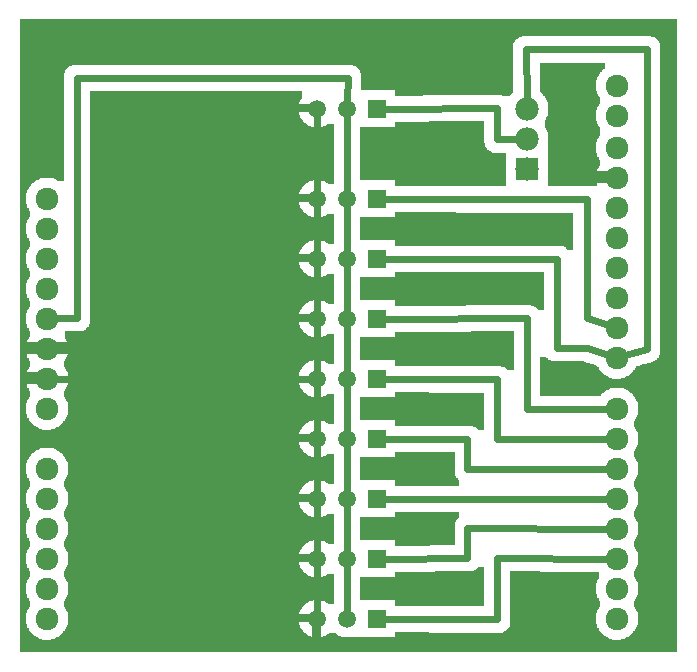
<source format=gbl>
G04 MADE WITH FRITZING*
G04 WWW.FRITZING.ORG*
G04 DOUBLE SIDED*
G04 HOLES PLATED*
G04 CONTOUR ON CENTER OF CONTOUR VECTOR*
%ASAXBY*%
%FSLAX23Y23*%
%MOIN*%
%OFA0B0*%
%SFA1.0B1.0*%
%ADD10C,0.075000*%
%ADD11C,0.075833*%
%ADD12C,0.059000*%
%ADD13C,0.078000*%
%ADD14R,0.059000X0.059000*%
%ADD15R,0.078000X0.078000*%
%ADD16C,0.024000*%
%LNCOPPER0*%
G90*
G70*
G54D10*
X1844Y1930D03*
X1255Y1743D03*
X1355Y1450D03*
X1355Y1250D03*
X1345Y1051D03*
X1214Y2026D03*
X1341Y850D03*
X1329Y655D03*
X1329Y455D03*
X1341Y252D03*
G54D11*
X2033Y1929D03*
X2033Y1829D03*
X2033Y1722D03*
X2033Y1622D03*
X2033Y1522D03*
X2033Y1422D03*
X2033Y1322D03*
X2033Y1222D03*
X2033Y1122D03*
X2033Y1022D03*
X2033Y852D03*
X2033Y752D03*
X2033Y652D03*
X2033Y552D03*
X2033Y452D03*
X2033Y352D03*
X2033Y252D03*
X2033Y152D03*
X133Y1552D03*
X133Y1452D03*
X133Y1352D03*
X133Y1252D03*
X133Y1152D03*
X133Y1052D03*
X133Y952D03*
X133Y852D03*
X133Y652D03*
X133Y552D03*
X133Y452D03*
X133Y352D03*
X133Y252D03*
X133Y152D03*
G54D12*
X1233Y152D03*
X1133Y152D03*
X1033Y152D03*
X1233Y352D03*
X1133Y352D03*
X1033Y352D03*
X1233Y552D03*
X1133Y552D03*
X1033Y552D03*
X1233Y752D03*
X1133Y752D03*
X1033Y752D03*
X1233Y952D03*
X1133Y952D03*
X1033Y952D03*
X1233Y1152D03*
X1133Y1152D03*
X1033Y1152D03*
X1233Y1852D03*
X1133Y1852D03*
X1033Y1852D03*
X1233Y1352D03*
X1133Y1352D03*
X1033Y1352D03*
X1233Y1552D03*
X1133Y1552D03*
X1033Y1552D03*
G54D13*
X1733Y1652D03*
X1733Y1752D03*
X1733Y1852D03*
G54D14*
X1233Y152D03*
X1233Y352D03*
X1233Y552D03*
X1233Y752D03*
X1233Y952D03*
X1233Y1152D03*
X1233Y1852D03*
X1233Y1352D03*
X1233Y1552D03*
G54D15*
X1733Y1652D03*
G54D16*
X1535Y354D02*
X1263Y352D01*
D02*
X1535Y453D02*
X1535Y354D01*
D02*
X2005Y452D02*
X1535Y453D01*
D02*
X1635Y354D02*
X2005Y352D01*
D02*
X1635Y150D02*
X1635Y354D01*
D02*
X1263Y152D02*
X1635Y150D01*
D02*
X1033Y1382D02*
X1033Y1523D01*
D02*
X1033Y1323D02*
X1033Y1182D01*
D02*
X1033Y1123D02*
X1033Y982D01*
D02*
X1033Y923D02*
X1033Y782D01*
D02*
X1033Y723D02*
X1033Y582D01*
D02*
X1033Y523D02*
X1033Y382D01*
D02*
X1033Y323D02*
X1033Y182D01*
D02*
X1133Y323D02*
X1133Y182D01*
D02*
X1133Y523D02*
X1133Y382D01*
D02*
X1133Y723D02*
X1133Y582D01*
D02*
X1133Y923D02*
X1133Y782D01*
D02*
X1133Y1123D02*
X1133Y982D01*
D02*
X1133Y1323D02*
X1133Y1182D01*
D02*
X1133Y1382D02*
X1133Y1523D01*
D02*
X1133Y1823D02*
X1133Y182D01*
D02*
X1033Y182D02*
X1033Y1823D01*
D02*
X1933Y1551D02*
X1535Y1551D01*
D02*
X1535Y1551D02*
X1263Y1552D01*
D02*
X1933Y1452D02*
X1933Y1551D01*
D02*
X1933Y1154D02*
X1933Y1452D01*
D02*
X2006Y1131D02*
X1933Y1154D01*
D02*
X1833Y1054D02*
X1833Y1352D01*
D02*
X1833Y1352D02*
X1263Y1352D01*
D02*
X1933Y1054D02*
X1833Y1054D01*
D02*
X2006Y1031D02*
X1933Y1054D01*
D02*
X1635Y1750D02*
X1635Y1854D01*
D02*
X1635Y1854D02*
X1263Y1852D01*
D02*
X1703Y1751D02*
X1635Y1750D01*
D02*
X1263Y552D02*
X2005Y552D01*
D02*
X1535Y652D02*
X2005Y652D01*
D02*
X1535Y751D02*
X1535Y652D01*
D02*
X1263Y752D02*
X1535Y751D01*
D02*
X1635Y950D02*
X1635Y751D01*
D02*
X1635Y751D02*
X2005Y752D01*
D02*
X1263Y952D02*
X1635Y950D01*
D02*
X1734Y1154D02*
X1734Y850D01*
D02*
X1734Y850D02*
X2005Y852D01*
D02*
X1263Y1152D02*
X1734Y1154D01*
D02*
X1004Y952D02*
X162Y952D01*
D02*
X233Y1154D02*
X162Y1153D01*
D02*
X233Y1954D02*
X233Y1154D01*
D02*
X1136Y1954D02*
X233Y1954D01*
D02*
X1134Y1882D02*
X1136Y1954D01*
D02*
X2134Y1051D02*
X2134Y2050D01*
D02*
X2134Y2050D02*
X1731Y2050D01*
D02*
X1731Y2050D02*
X1733Y1882D01*
D02*
X2060Y1030D02*
X2134Y1051D01*
G36*
X1776Y2006D02*
X1776Y1908D01*
X1780Y1908D01*
X1780Y1906D01*
X1782Y1906D01*
X1782Y1904D01*
X1784Y1904D01*
X1784Y1902D01*
X1786Y1902D01*
X1786Y1900D01*
X1788Y1900D01*
X1788Y1896D01*
X1790Y1896D01*
X1790Y1894D01*
X1792Y1894D01*
X1792Y1892D01*
X1794Y1892D01*
X1794Y1888D01*
X1796Y1888D01*
X1796Y1886D01*
X1798Y1886D01*
X1798Y1882D01*
X1800Y1882D01*
X1800Y1876D01*
X1802Y1876D01*
X1802Y1870D01*
X1804Y1870D01*
X1804Y1834D01*
X1802Y1834D01*
X1802Y1828D01*
X1800Y1828D01*
X1800Y1824D01*
X1798Y1824D01*
X1798Y1820D01*
X1796Y1820D01*
X1796Y1816D01*
X1794Y1816D01*
X1794Y1812D01*
X1792Y1812D01*
X1792Y1792D01*
X1794Y1792D01*
X1794Y1788D01*
X1796Y1788D01*
X1796Y1786D01*
X1798Y1786D01*
X1798Y1782D01*
X1800Y1782D01*
X1800Y1776D01*
X1802Y1776D01*
X1802Y1770D01*
X1804Y1770D01*
X1804Y1594D01*
X1966Y1594D01*
X1966Y1604D01*
X1964Y1604D01*
X1964Y1640D01*
X1966Y1640D01*
X1966Y1648D01*
X1968Y1648D01*
X1968Y1652D01*
X1970Y1652D01*
X1970Y1656D01*
X1972Y1656D01*
X1972Y1658D01*
X1974Y1658D01*
X1974Y1662D01*
X1976Y1662D01*
X1976Y1682D01*
X1974Y1682D01*
X1974Y1686D01*
X1972Y1686D01*
X1972Y1690D01*
X1970Y1690D01*
X1970Y1692D01*
X1968Y1692D01*
X1968Y1698D01*
X1966Y1698D01*
X1966Y1704D01*
X1964Y1704D01*
X1964Y1740D01*
X1966Y1740D01*
X1966Y1748D01*
X1968Y1748D01*
X1968Y1752D01*
X1970Y1752D01*
X1970Y1756D01*
X1972Y1756D01*
X1972Y1758D01*
X1974Y1758D01*
X1974Y1762D01*
X1976Y1762D01*
X1976Y1764D01*
X1978Y1764D01*
X1978Y1788D01*
X1976Y1788D01*
X1976Y1790D01*
X1974Y1790D01*
X1974Y1792D01*
X1972Y1792D01*
X1972Y1796D01*
X1970Y1796D01*
X1970Y1800D01*
X1968Y1800D01*
X1968Y1804D01*
X1966Y1804D01*
X1966Y1810D01*
X1964Y1810D01*
X1964Y1848D01*
X1966Y1848D01*
X1966Y1854D01*
X1968Y1854D01*
X1968Y1858D01*
X1970Y1858D01*
X1970Y1862D01*
X1972Y1862D01*
X1972Y1866D01*
X1974Y1866D01*
X1974Y1868D01*
X1976Y1868D01*
X1976Y1890D01*
X1974Y1890D01*
X1974Y1892D01*
X1972Y1892D01*
X1972Y1896D01*
X1970Y1896D01*
X1970Y1900D01*
X1968Y1900D01*
X1968Y1904D01*
X1966Y1904D01*
X1966Y1910D01*
X1964Y1910D01*
X1964Y1948D01*
X1966Y1948D01*
X1966Y1954D01*
X1968Y1954D01*
X1968Y1958D01*
X1970Y1958D01*
X1970Y1962D01*
X1972Y1962D01*
X1972Y1966D01*
X1974Y1966D01*
X1974Y1968D01*
X1976Y1968D01*
X1976Y1972D01*
X1978Y1972D01*
X1978Y1974D01*
X1980Y1974D01*
X1980Y1976D01*
X1982Y1976D01*
X1982Y1978D01*
X1984Y1978D01*
X1984Y1980D01*
X1986Y1980D01*
X1986Y1982D01*
X1988Y1982D01*
X1988Y1984D01*
X1990Y1984D01*
X1990Y1986D01*
X1994Y1986D01*
X1994Y2006D01*
X1776Y2006D01*
G37*
D02*
G36*
X1406Y1810D02*
X1406Y1808D01*
X1294Y1808D01*
X1294Y1790D01*
X1178Y1790D01*
X1178Y1614D01*
X1294Y1614D01*
X1294Y1596D01*
X1516Y1596D01*
X1516Y1594D01*
X1662Y1594D01*
X1662Y1706D01*
X1618Y1706D01*
X1618Y1708D01*
X1612Y1708D01*
X1612Y1710D01*
X1608Y1710D01*
X1608Y1712D01*
X1606Y1712D01*
X1606Y1714D01*
X1602Y1714D01*
X1602Y1716D01*
X1600Y1716D01*
X1600Y1720D01*
X1598Y1720D01*
X1598Y1722D01*
X1596Y1722D01*
X1596Y1726D01*
X1594Y1726D01*
X1594Y1730D01*
X1592Y1730D01*
X1592Y1738D01*
X1590Y1738D01*
X1590Y1810D01*
X1406Y1810D01*
G37*
D02*
G36*
X1294Y1508D02*
X1294Y1490D01*
X1178Y1490D01*
X1178Y1414D01*
X1294Y1414D01*
X1294Y1396D01*
X1850Y1396D01*
X1850Y1394D01*
X1856Y1394D01*
X1856Y1392D01*
X1860Y1392D01*
X1860Y1390D01*
X1862Y1390D01*
X1862Y1388D01*
X1864Y1388D01*
X1864Y1386D01*
X1866Y1386D01*
X1866Y1384D01*
X1868Y1384D01*
X1868Y1382D01*
X1888Y1382D01*
X1888Y1506D01*
X1498Y1506D01*
X1498Y1508D01*
X1294Y1508D01*
G37*
D02*
G36*
X1294Y1308D02*
X1294Y1290D01*
X1178Y1290D01*
X1178Y1214D01*
X1294Y1214D01*
X1294Y1198D01*
X1748Y1198D01*
X1748Y1196D01*
X1754Y1196D01*
X1754Y1194D01*
X1758Y1194D01*
X1758Y1192D01*
X1762Y1192D01*
X1762Y1190D01*
X1764Y1190D01*
X1764Y1188D01*
X1766Y1188D01*
X1766Y1186D01*
X1768Y1186D01*
X1768Y1184D01*
X1770Y1184D01*
X1770Y1182D01*
X1790Y1182D01*
X1790Y1308D01*
X1294Y1308D01*
G37*
D02*
G36*
X1294Y1198D02*
X1294Y1196D01*
X1530Y1196D01*
X1530Y1198D01*
X1294Y1198D01*
G37*
D02*
G36*
X1548Y1110D02*
X1548Y1108D01*
X1294Y1108D01*
X1294Y1090D01*
X1178Y1090D01*
X1178Y1014D01*
X1294Y1014D01*
X1294Y996D01*
X1424Y996D01*
X1424Y994D01*
X1648Y994D01*
X1648Y992D01*
X1656Y992D01*
X1656Y990D01*
X1660Y990D01*
X1660Y988D01*
X1662Y988D01*
X1662Y986D01*
X1666Y986D01*
X1666Y984D01*
X1668Y984D01*
X1668Y982D01*
X1670Y982D01*
X1670Y980D01*
X1690Y980D01*
X1690Y1110D01*
X1548Y1110D01*
G37*
D02*
G36*
X44Y2150D02*
X44Y2094D01*
X2148Y2094D01*
X2148Y2092D01*
X2154Y2092D01*
X2154Y2090D01*
X2160Y2090D01*
X2160Y2088D01*
X2162Y2088D01*
X2162Y2086D01*
X2164Y2086D01*
X2164Y2084D01*
X2168Y2084D01*
X2168Y2082D01*
X2170Y2082D01*
X2170Y2078D01*
X2172Y2078D01*
X2172Y2076D01*
X2174Y2076D01*
X2174Y2072D01*
X2176Y2072D01*
X2176Y2066D01*
X2178Y2066D01*
X2178Y1036D01*
X2176Y1036D01*
X2176Y1030D01*
X2174Y1030D01*
X2174Y1026D01*
X2172Y1026D01*
X2172Y1022D01*
X2170Y1022D01*
X2170Y1020D01*
X2168Y1020D01*
X2168Y1018D01*
X2166Y1018D01*
X2166Y1016D01*
X2164Y1016D01*
X2164Y1014D01*
X2160Y1014D01*
X2160Y1012D01*
X2158Y1012D01*
X2158Y1010D01*
X2152Y1010D01*
X2152Y1008D01*
X2146Y1008D01*
X2146Y1006D01*
X2138Y1006D01*
X2138Y1004D01*
X2132Y1004D01*
X2132Y1002D01*
X2124Y1002D01*
X2124Y1000D01*
X2118Y1000D01*
X2118Y998D01*
X2110Y998D01*
X2110Y996D01*
X2104Y996D01*
X2104Y994D01*
X2098Y994D01*
X2098Y992D01*
X2096Y992D01*
X2096Y988D01*
X2094Y988D01*
X2094Y984D01*
X2092Y984D01*
X2092Y982D01*
X2090Y982D01*
X2090Y980D01*
X2088Y980D01*
X2088Y976D01*
X2086Y976D01*
X2086Y974D01*
X2084Y974D01*
X2084Y972D01*
X2082Y972D01*
X2082Y970D01*
X2080Y970D01*
X2080Y968D01*
X2076Y968D01*
X2076Y966D01*
X2074Y966D01*
X2074Y964D01*
X2072Y964D01*
X2072Y962D01*
X2068Y962D01*
X2068Y960D01*
X2064Y960D01*
X2064Y958D01*
X2060Y958D01*
X2060Y956D01*
X2056Y956D01*
X2056Y954D01*
X2048Y954D01*
X2048Y952D01*
X2232Y952D01*
X2232Y2150D01*
X44Y2150D01*
G37*
D02*
G36*
X44Y2094D02*
X44Y1998D01*
X1152Y1998D01*
X1152Y1996D01*
X1158Y1996D01*
X1158Y1994D01*
X1162Y1994D01*
X1162Y1992D01*
X1164Y1992D01*
X1164Y1990D01*
X1166Y1990D01*
X1166Y1988D01*
X1170Y1988D01*
X1170Y1984D01*
X1172Y1984D01*
X1172Y1982D01*
X1174Y1982D01*
X1174Y1980D01*
X1176Y1980D01*
X1176Y1976D01*
X1178Y1976D01*
X1178Y1970D01*
X1180Y1970D01*
X1180Y1914D01*
X1294Y1914D01*
X1294Y1898D01*
X1650Y1898D01*
X1650Y1896D01*
X1656Y1896D01*
X1656Y1894D01*
X1676Y1894D01*
X1676Y1896D01*
X1678Y1896D01*
X1678Y1898D01*
X1680Y1898D01*
X1680Y1900D01*
X1682Y1900D01*
X1682Y1902D01*
X1684Y1902D01*
X1684Y1904D01*
X1686Y1904D01*
X1686Y1906D01*
X1688Y1906D01*
X1688Y2024D01*
X1686Y2024D01*
X1686Y2060D01*
X1688Y2060D01*
X1688Y2070D01*
X1690Y2070D01*
X1690Y2074D01*
X1692Y2074D01*
X1692Y2078D01*
X1694Y2078D01*
X1694Y2080D01*
X1696Y2080D01*
X1696Y2082D01*
X1698Y2082D01*
X1698Y2084D01*
X1700Y2084D01*
X1700Y2086D01*
X1702Y2086D01*
X1702Y2088D01*
X1706Y2088D01*
X1706Y2090D01*
X1710Y2090D01*
X1710Y2092D01*
X1716Y2092D01*
X1716Y2094D01*
X44Y2094D01*
G37*
D02*
G36*
X44Y1998D02*
X44Y1622D01*
X150Y1622D01*
X150Y1620D01*
X156Y1620D01*
X156Y1618D01*
X162Y1618D01*
X162Y1616D01*
X166Y1616D01*
X166Y1614D01*
X168Y1614D01*
X168Y1612D01*
X190Y1612D01*
X190Y1972D01*
X192Y1972D01*
X192Y1976D01*
X194Y1976D01*
X194Y1980D01*
X196Y1980D01*
X196Y1984D01*
X198Y1984D01*
X198Y1986D01*
X200Y1986D01*
X200Y1988D01*
X202Y1988D01*
X202Y1990D01*
X204Y1990D01*
X204Y1992D01*
X208Y1992D01*
X208Y1994D01*
X212Y1994D01*
X212Y1996D01*
X218Y1996D01*
X218Y1998D01*
X44Y1998D01*
G37*
D02*
G36*
X278Y1910D02*
X278Y1790D01*
X1022Y1790D01*
X1022Y1792D01*
X1014Y1792D01*
X1014Y1794D01*
X1008Y1794D01*
X1008Y1796D01*
X1004Y1796D01*
X1004Y1798D01*
X1000Y1798D01*
X1000Y1800D01*
X998Y1800D01*
X998Y1802D01*
X996Y1802D01*
X996Y1804D01*
X992Y1804D01*
X992Y1806D01*
X990Y1806D01*
X990Y1808D01*
X988Y1808D01*
X988Y1810D01*
X986Y1810D01*
X986Y1814D01*
X984Y1814D01*
X984Y1816D01*
X982Y1816D01*
X982Y1818D01*
X980Y1818D01*
X980Y1822D01*
X978Y1822D01*
X978Y1826D01*
X976Y1826D01*
X976Y1830D01*
X974Y1830D01*
X974Y1836D01*
X972Y1836D01*
X972Y1868D01*
X974Y1868D01*
X974Y1874D01*
X976Y1874D01*
X976Y1880D01*
X978Y1880D01*
X978Y1882D01*
X980Y1882D01*
X980Y1886D01*
X982Y1886D01*
X982Y1888D01*
X984Y1888D01*
X984Y1910D01*
X278Y1910D01*
G37*
D02*
G36*
X1294Y1898D02*
X1294Y1896D01*
X1388Y1896D01*
X1388Y1898D01*
X1294Y1898D01*
G37*
D02*
G36*
X1068Y1802D02*
X1068Y1800D01*
X1066Y1800D01*
X1066Y1798D01*
X1062Y1798D01*
X1062Y1796D01*
X1058Y1796D01*
X1058Y1794D01*
X1054Y1794D01*
X1054Y1792D01*
X1044Y1792D01*
X1044Y1790D01*
X1090Y1790D01*
X1090Y1802D01*
X1068Y1802D01*
G37*
D02*
G36*
X278Y1790D02*
X278Y1788D01*
X1090Y1788D01*
X1090Y1790D01*
X278Y1790D01*
G37*
D02*
G36*
X278Y1790D02*
X278Y1788D01*
X1090Y1788D01*
X1090Y1790D01*
X278Y1790D01*
G37*
D02*
G36*
X278Y1788D02*
X278Y1614D01*
X1048Y1614D01*
X1048Y1612D01*
X1054Y1612D01*
X1054Y1610D01*
X1060Y1610D01*
X1060Y1608D01*
X1064Y1608D01*
X1064Y1606D01*
X1066Y1606D01*
X1066Y1604D01*
X1070Y1604D01*
X1070Y1602D01*
X1090Y1602D01*
X1090Y1788D01*
X278Y1788D01*
G37*
D02*
G36*
X44Y1622D02*
X44Y782D01*
X118Y782D01*
X118Y784D01*
X110Y784D01*
X110Y786D01*
X106Y786D01*
X106Y788D01*
X102Y788D01*
X102Y790D01*
X98Y790D01*
X98Y792D01*
X96Y792D01*
X96Y794D01*
X92Y794D01*
X92Y796D01*
X90Y796D01*
X90Y798D01*
X88Y798D01*
X88Y800D01*
X86Y800D01*
X86Y802D01*
X84Y802D01*
X84Y804D01*
X82Y804D01*
X82Y806D01*
X80Y806D01*
X80Y808D01*
X78Y808D01*
X78Y810D01*
X76Y810D01*
X76Y812D01*
X74Y812D01*
X74Y816D01*
X72Y816D01*
X72Y820D01*
X70Y820D01*
X70Y822D01*
X68Y822D01*
X68Y828D01*
X66Y828D01*
X66Y834D01*
X64Y834D01*
X64Y870D01*
X66Y870D01*
X66Y876D01*
X68Y876D01*
X68Y882D01*
X70Y882D01*
X70Y886D01*
X72Y886D01*
X72Y888D01*
X74Y888D01*
X74Y892D01*
X76Y892D01*
X76Y912D01*
X74Y912D01*
X74Y916D01*
X72Y916D01*
X72Y920D01*
X70Y920D01*
X70Y922D01*
X68Y922D01*
X68Y928D01*
X66Y928D01*
X66Y934D01*
X64Y934D01*
X64Y970D01*
X66Y970D01*
X66Y978D01*
X68Y978D01*
X68Y982D01*
X70Y982D01*
X70Y986D01*
X72Y986D01*
X72Y988D01*
X74Y988D01*
X74Y992D01*
X76Y992D01*
X76Y1012D01*
X74Y1012D01*
X74Y1016D01*
X72Y1016D01*
X72Y1020D01*
X70Y1020D01*
X70Y1022D01*
X68Y1022D01*
X68Y1028D01*
X66Y1028D01*
X66Y1034D01*
X64Y1034D01*
X64Y1070D01*
X66Y1070D01*
X66Y1078D01*
X68Y1078D01*
X68Y1082D01*
X70Y1082D01*
X70Y1086D01*
X72Y1086D01*
X72Y1088D01*
X74Y1088D01*
X74Y1092D01*
X76Y1092D01*
X76Y1112D01*
X74Y1112D01*
X74Y1116D01*
X72Y1116D01*
X72Y1120D01*
X70Y1120D01*
X70Y1122D01*
X68Y1122D01*
X68Y1128D01*
X66Y1128D01*
X66Y1134D01*
X64Y1134D01*
X64Y1170D01*
X66Y1170D01*
X66Y1178D01*
X68Y1178D01*
X68Y1182D01*
X70Y1182D01*
X70Y1186D01*
X72Y1186D01*
X72Y1188D01*
X74Y1188D01*
X74Y1192D01*
X76Y1192D01*
X76Y1212D01*
X74Y1212D01*
X74Y1216D01*
X72Y1216D01*
X72Y1220D01*
X70Y1220D01*
X70Y1222D01*
X68Y1222D01*
X68Y1228D01*
X66Y1228D01*
X66Y1234D01*
X64Y1234D01*
X64Y1270D01*
X66Y1270D01*
X66Y1276D01*
X68Y1276D01*
X68Y1282D01*
X70Y1282D01*
X70Y1286D01*
X72Y1286D01*
X72Y1288D01*
X74Y1288D01*
X74Y1292D01*
X76Y1292D01*
X76Y1312D01*
X74Y1312D01*
X74Y1316D01*
X72Y1316D01*
X72Y1320D01*
X70Y1320D01*
X70Y1322D01*
X68Y1322D01*
X68Y1328D01*
X66Y1328D01*
X66Y1334D01*
X64Y1334D01*
X64Y1370D01*
X66Y1370D01*
X66Y1376D01*
X68Y1376D01*
X68Y1382D01*
X70Y1382D01*
X70Y1386D01*
X72Y1386D01*
X72Y1388D01*
X74Y1388D01*
X74Y1392D01*
X76Y1392D01*
X76Y1412D01*
X74Y1412D01*
X74Y1416D01*
X72Y1416D01*
X72Y1420D01*
X70Y1420D01*
X70Y1422D01*
X68Y1422D01*
X68Y1428D01*
X66Y1428D01*
X66Y1434D01*
X64Y1434D01*
X64Y1470D01*
X66Y1470D01*
X66Y1478D01*
X68Y1478D01*
X68Y1482D01*
X70Y1482D01*
X70Y1486D01*
X72Y1486D01*
X72Y1488D01*
X74Y1488D01*
X74Y1492D01*
X76Y1492D01*
X76Y1512D01*
X74Y1512D01*
X74Y1516D01*
X72Y1516D01*
X72Y1520D01*
X70Y1520D01*
X70Y1522D01*
X68Y1522D01*
X68Y1528D01*
X66Y1528D01*
X66Y1534D01*
X64Y1534D01*
X64Y1570D01*
X66Y1570D01*
X66Y1578D01*
X68Y1578D01*
X68Y1582D01*
X70Y1582D01*
X70Y1586D01*
X72Y1586D01*
X72Y1588D01*
X74Y1588D01*
X74Y1592D01*
X76Y1592D01*
X76Y1594D01*
X78Y1594D01*
X78Y1596D01*
X80Y1596D01*
X80Y1600D01*
X82Y1600D01*
X82Y1602D01*
X84Y1602D01*
X84Y1604D01*
X88Y1604D01*
X88Y1606D01*
X90Y1606D01*
X90Y1608D01*
X92Y1608D01*
X92Y1610D01*
X94Y1610D01*
X94Y1612D01*
X98Y1612D01*
X98Y1614D01*
X102Y1614D01*
X102Y1616D01*
X106Y1616D01*
X106Y1618D01*
X110Y1618D01*
X110Y1620D01*
X116Y1620D01*
X116Y1622D01*
X44Y1622D01*
G37*
D02*
G36*
X278Y1614D02*
X278Y1490D01*
X1022Y1490D01*
X1022Y1492D01*
X1014Y1492D01*
X1014Y1494D01*
X1008Y1494D01*
X1008Y1496D01*
X1004Y1496D01*
X1004Y1498D01*
X1000Y1498D01*
X1000Y1500D01*
X998Y1500D01*
X998Y1502D01*
X996Y1502D01*
X996Y1504D01*
X992Y1504D01*
X992Y1506D01*
X990Y1506D01*
X990Y1508D01*
X988Y1508D01*
X988Y1510D01*
X986Y1510D01*
X986Y1514D01*
X984Y1514D01*
X984Y1516D01*
X982Y1516D01*
X982Y1518D01*
X980Y1518D01*
X980Y1522D01*
X978Y1522D01*
X978Y1526D01*
X976Y1526D01*
X976Y1530D01*
X974Y1530D01*
X974Y1536D01*
X972Y1536D01*
X972Y1568D01*
X974Y1568D01*
X974Y1574D01*
X976Y1574D01*
X976Y1580D01*
X978Y1580D01*
X978Y1582D01*
X980Y1582D01*
X980Y1586D01*
X982Y1586D01*
X982Y1588D01*
X984Y1588D01*
X984Y1592D01*
X986Y1592D01*
X986Y1594D01*
X988Y1594D01*
X988Y1596D01*
X990Y1596D01*
X990Y1598D01*
X992Y1598D01*
X992Y1600D01*
X994Y1600D01*
X994Y1602D01*
X998Y1602D01*
X998Y1604D01*
X1000Y1604D01*
X1000Y1606D01*
X1004Y1606D01*
X1004Y1608D01*
X1008Y1608D01*
X1008Y1610D01*
X1012Y1610D01*
X1012Y1612D01*
X1020Y1612D01*
X1020Y1614D01*
X278Y1614D01*
G37*
D02*
G36*
X1068Y1502D02*
X1068Y1500D01*
X1066Y1500D01*
X1066Y1498D01*
X1062Y1498D01*
X1062Y1496D01*
X1058Y1496D01*
X1058Y1494D01*
X1054Y1494D01*
X1054Y1492D01*
X1044Y1492D01*
X1044Y1490D01*
X1090Y1490D01*
X1090Y1502D01*
X1068Y1502D01*
G37*
D02*
G36*
X278Y1490D02*
X278Y1488D01*
X1090Y1488D01*
X1090Y1490D01*
X278Y1490D01*
G37*
D02*
G36*
X278Y1490D02*
X278Y1488D01*
X1090Y1488D01*
X1090Y1490D01*
X278Y1490D01*
G37*
D02*
G36*
X278Y1488D02*
X278Y1414D01*
X1048Y1414D01*
X1048Y1412D01*
X1054Y1412D01*
X1054Y1410D01*
X1060Y1410D01*
X1060Y1408D01*
X1064Y1408D01*
X1064Y1406D01*
X1066Y1406D01*
X1066Y1404D01*
X1070Y1404D01*
X1070Y1402D01*
X1090Y1402D01*
X1090Y1488D01*
X278Y1488D01*
G37*
D02*
G36*
X278Y1414D02*
X278Y1290D01*
X1022Y1290D01*
X1022Y1292D01*
X1014Y1292D01*
X1014Y1294D01*
X1008Y1294D01*
X1008Y1296D01*
X1004Y1296D01*
X1004Y1298D01*
X1000Y1298D01*
X1000Y1300D01*
X998Y1300D01*
X998Y1302D01*
X996Y1302D01*
X996Y1304D01*
X992Y1304D01*
X992Y1306D01*
X990Y1306D01*
X990Y1308D01*
X988Y1308D01*
X988Y1310D01*
X986Y1310D01*
X986Y1314D01*
X984Y1314D01*
X984Y1316D01*
X982Y1316D01*
X982Y1318D01*
X980Y1318D01*
X980Y1322D01*
X978Y1322D01*
X978Y1326D01*
X976Y1326D01*
X976Y1330D01*
X974Y1330D01*
X974Y1336D01*
X972Y1336D01*
X972Y1368D01*
X974Y1368D01*
X974Y1374D01*
X976Y1374D01*
X976Y1380D01*
X978Y1380D01*
X978Y1382D01*
X980Y1382D01*
X980Y1386D01*
X982Y1386D01*
X982Y1388D01*
X984Y1388D01*
X984Y1392D01*
X986Y1392D01*
X986Y1394D01*
X988Y1394D01*
X988Y1396D01*
X990Y1396D01*
X990Y1398D01*
X992Y1398D01*
X992Y1400D01*
X994Y1400D01*
X994Y1402D01*
X998Y1402D01*
X998Y1404D01*
X1000Y1404D01*
X1000Y1406D01*
X1004Y1406D01*
X1004Y1408D01*
X1008Y1408D01*
X1008Y1410D01*
X1012Y1410D01*
X1012Y1412D01*
X1020Y1412D01*
X1020Y1414D01*
X278Y1414D01*
G37*
D02*
G36*
X1068Y1302D02*
X1068Y1300D01*
X1066Y1300D01*
X1066Y1298D01*
X1062Y1298D01*
X1062Y1296D01*
X1058Y1296D01*
X1058Y1294D01*
X1054Y1294D01*
X1054Y1292D01*
X1044Y1292D01*
X1044Y1290D01*
X1090Y1290D01*
X1090Y1302D01*
X1068Y1302D01*
G37*
D02*
G36*
X278Y1290D02*
X278Y1288D01*
X1090Y1288D01*
X1090Y1290D01*
X278Y1290D01*
G37*
D02*
G36*
X278Y1290D02*
X278Y1288D01*
X1090Y1288D01*
X1090Y1290D01*
X278Y1290D01*
G37*
D02*
G36*
X278Y1288D02*
X278Y1214D01*
X1048Y1214D01*
X1048Y1212D01*
X1054Y1212D01*
X1054Y1210D01*
X1060Y1210D01*
X1060Y1208D01*
X1064Y1208D01*
X1064Y1206D01*
X1066Y1206D01*
X1066Y1204D01*
X1070Y1204D01*
X1070Y1202D01*
X1090Y1202D01*
X1090Y1288D01*
X278Y1288D01*
G37*
D02*
G36*
X278Y1214D02*
X278Y1142D01*
X276Y1142D01*
X276Y1134D01*
X274Y1134D01*
X274Y1130D01*
X272Y1130D01*
X272Y1126D01*
X270Y1126D01*
X270Y1124D01*
X268Y1124D01*
X268Y1122D01*
X266Y1122D01*
X266Y1120D01*
X264Y1120D01*
X264Y1118D01*
X262Y1118D01*
X262Y1116D01*
X260Y1116D01*
X260Y1114D01*
X256Y1114D01*
X256Y1112D01*
X250Y1112D01*
X250Y1110D01*
X192Y1110D01*
X192Y1090D01*
X1022Y1090D01*
X1022Y1092D01*
X1014Y1092D01*
X1014Y1094D01*
X1008Y1094D01*
X1008Y1096D01*
X1004Y1096D01*
X1004Y1098D01*
X1000Y1098D01*
X1000Y1100D01*
X998Y1100D01*
X998Y1102D01*
X996Y1102D01*
X996Y1104D01*
X992Y1104D01*
X992Y1106D01*
X990Y1106D01*
X990Y1108D01*
X988Y1108D01*
X988Y1110D01*
X986Y1110D01*
X986Y1114D01*
X984Y1114D01*
X984Y1116D01*
X982Y1116D01*
X982Y1118D01*
X980Y1118D01*
X980Y1122D01*
X978Y1122D01*
X978Y1126D01*
X976Y1126D01*
X976Y1130D01*
X974Y1130D01*
X974Y1136D01*
X972Y1136D01*
X972Y1168D01*
X974Y1168D01*
X974Y1174D01*
X976Y1174D01*
X976Y1180D01*
X978Y1180D01*
X978Y1182D01*
X980Y1182D01*
X980Y1186D01*
X982Y1186D01*
X982Y1188D01*
X984Y1188D01*
X984Y1192D01*
X986Y1192D01*
X986Y1194D01*
X988Y1194D01*
X988Y1196D01*
X990Y1196D01*
X990Y1198D01*
X992Y1198D01*
X992Y1200D01*
X994Y1200D01*
X994Y1202D01*
X998Y1202D01*
X998Y1204D01*
X1000Y1204D01*
X1000Y1206D01*
X1004Y1206D01*
X1004Y1208D01*
X1008Y1208D01*
X1008Y1210D01*
X1012Y1210D01*
X1012Y1212D01*
X1020Y1212D01*
X1020Y1214D01*
X278Y1214D01*
G37*
D02*
G36*
X1068Y1102D02*
X1068Y1100D01*
X1066Y1100D01*
X1066Y1098D01*
X1062Y1098D01*
X1062Y1096D01*
X1058Y1096D01*
X1058Y1094D01*
X1054Y1094D01*
X1054Y1092D01*
X1044Y1092D01*
X1044Y1090D01*
X1090Y1090D01*
X1090Y1102D01*
X1068Y1102D01*
G37*
D02*
G36*
X194Y1090D02*
X194Y1088D01*
X1090Y1088D01*
X1090Y1090D01*
X194Y1090D01*
G37*
D02*
G36*
X194Y1090D02*
X194Y1088D01*
X1090Y1088D01*
X1090Y1090D01*
X194Y1090D01*
G37*
D02*
G36*
X194Y1088D02*
X194Y1086D01*
X196Y1086D01*
X196Y1082D01*
X198Y1082D01*
X198Y1078D01*
X200Y1078D01*
X200Y1074D01*
X202Y1074D01*
X202Y1064D01*
X204Y1064D01*
X204Y1040D01*
X202Y1040D01*
X202Y1032D01*
X200Y1032D01*
X200Y1026D01*
X198Y1026D01*
X198Y1022D01*
X196Y1022D01*
X196Y1018D01*
X194Y1018D01*
X194Y1014D01*
X1048Y1014D01*
X1048Y1012D01*
X1054Y1012D01*
X1054Y1010D01*
X1060Y1010D01*
X1060Y1008D01*
X1064Y1008D01*
X1064Y1006D01*
X1066Y1006D01*
X1066Y1004D01*
X1070Y1004D01*
X1070Y1002D01*
X1090Y1002D01*
X1090Y1088D01*
X194Y1088D01*
G37*
D02*
G36*
X1778Y1024D02*
X1778Y952D01*
X2018Y952D01*
X2018Y954D01*
X2012Y954D01*
X2012Y956D01*
X2006Y956D01*
X2006Y958D01*
X2002Y958D01*
X2002Y960D01*
X1998Y960D01*
X1998Y962D01*
X1996Y962D01*
X1996Y964D01*
X1992Y964D01*
X1992Y966D01*
X1990Y966D01*
X1990Y968D01*
X1988Y968D01*
X1988Y970D01*
X1986Y970D01*
X1986Y972D01*
X1984Y972D01*
X1984Y974D01*
X1982Y974D01*
X1982Y976D01*
X1980Y976D01*
X1980Y978D01*
X1978Y978D01*
X1978Y980D01*
X1976Y980D01*
X1976Y982D01*
X1974Y982D01*
X1974Y986D01*
X1972Y986D01*
X1972Y990D01*
X1970Y990D01*
X1970Y992D01*
X1968Y992D01*
X1968Y996D01*
X1962Y996D01*
X1962Y998D01*
X1956Y998D01*
X1956Y1000D01*
X1948Y1000D01*
X1948Y1002D01*
X1942Y1002D01*
X1942Y1004D01*
X1936Y1004D01*
X1936Y1006D01*
X1930Y1006D01*
X1930Y1008D01*
X1924Y1008D01*
X1924Y1010D01*
X1818Y1010D01*
X1818Y1012D01*
X1812Y1012D01*
X1812Y1014D01*
X1808Y1014D01*
X1808Y1016D01*
X1804Y1016D01*
X1804Y1018D01*
X1802Y1018D01*
X1802Y1020D01*
X1800Y1020D01*
X1800Y1022D01*
X1798Y1022D01*
X1798Y1024D01*
X1778Y1024D01*
G37*
D02*
G36*
X192Y1014D02*
X192Y1012D01*
X190Y1012D01*
X190Y992D01*
X192Y992D01*
X192Y990D01*
X194Y990D01*
X194Y986D01*
X196Y986D01*
X196Y982D01*
X198Y982D01*
X198Y978D01*
X200Y978D01*
X200Y974D01*
X202Y974D01*
X202Y964D01*
X204Y964D01*
X204Y940D01*
X202Y940D01*
X202Y932D01*
X200Y932D01*
X200Y926D01*
X198Y926D01*
X198Y922D01*
X196Y922D01*
X196Y918D01*
X194Y918D01*
X194Y914D01*
X192Y914D01*
X192Y912D01*
X190Y912D01*
X190Y892D01*
X192Y892D01*
X192Y890D01*
X1022Y890D01*
X1022Y892D01*
X1014Y892D01*
X1014Y894D01*
X1008Y894D01*
X1008Y896D01*
X1004Y896D01*
X1004Y898D01*
X1000Y898D01*
X1000Y900D01*
X998Y900D01*
X998Y902D01*
X996Y902D01*
X996Y904D01*
X992Y904D01*
X992Y906D01*
X990Y906D01*
X990Y908D01*
X988Y908D01*
X988Y910D01*
X986Y910D01*
X986Y914D01*
X984Y914D01*
X984Y916D01*
X982Y916D01*
X982Y918D01*
X980Y918D01*
X980Y922D01*
X978Y922D01*
X978Y926D01*
X976Y926D01*
X976Y930D01*
X974Y930D01*
X974Y936D01*
X972Y936D01*
X972Y968D01*
X974Y968D01*
X974Y974D01*
X976Y974D01*
X976Y980D01*
X978Y980D01*
X978Y982D01*
X980Y982D01*
X980Y986D01*
X982Y986D01*
X982Y988D01*
X984Y988D01*
X984Y992D01*
X986Y992D01*
X986Y994D01*
X988Y994D01*
X988Y996D01*
X990Y996D01*
X990Y998D01*
X992Y998D01*
X992Y1000D01*
X994Y1000D01*
X994Y1002D01*
X998Y1002D01*
X998Y1004D01*
X1000Y1004D01*
X1000Y1006D01*
X1004Y1006D01*
X1004Y1008D01*
X1008Y1008D01*
X1008Y1010D01*
X1012Y1010D01*
X1012Y1012D01*
X1020Y1012D01*
X1020Y1014D01*
X192Y1014D01*
G37*
D02*
G36*
X1778Y952D02*
X1778Y950D01*
X2232Y950D01*
X2232Y952D01*
X1778Y952D01*
G37*
D02*
G36*
X1778Y952D02*
X1778Y950D01*
X2232Y950D01*
X2232Y952D01*
X1778Y952D01*
G37*
D02*
G36*
X1778Y950D02*
X1778Y922D01*
X2050Y922D01*
X2050Y920D01*
X2056Y920D01*
X2056Y918D01*
X2062Y918D01*
X2062Y916D01*
X2066Y916D01*
X2066Y914D01*
X2070Y914D01*
X2070Y912D01*
X2072Y912D01*
X2072Y910D01*
X2074Y910D01*
X2074Y908D01*
X2078Y908D01*
X2078Y906D01*
X2080Y906D01*
X2080Y904D01*
X2082Y904D01*
X2082Y902D01*
X2084Y902D01*
X2084Y900D01*
X2086Y900D01*
X2086Y898D01*
X2088Y898D01*
X2088Y896D01*
X2090Y896D01*
X2090Y892D01*
X2092Y892D01*
X2092Y890D01*
X2094Y890D01*
X2094Y886D01*
X2096Y886D01*
X2096Y882D01*
X2098Y882D01*
X2098Y878D01*
X2100Y878D01*
X2100Y874D01*
X2102Y874D01*
X2102Y864D01*
X2104Y864D01*
X2104Y840D01*
X2102Y840D01*
X2102Y832D01*
X2100Y832D01*
X2100Y826D01*
X2098Y826D01*
X2098Y822D01*
X2096Y822D01*
X2096Y818D01*
X2094Y818D01*
X2094Y814D01*
X2092Y814D01*
X2092Y812D01*
X2090Y812D01*
X2090Y792D01*
X2092Y792D01*
X2092Y790D01*
X2094Y790D01*
X2094Y786D01*
X2096Y786D01*
X2096Y782D01*
X2098Y782D01*
X2098Y778D01*
X2100Y778D01*
X2100Y774D01*
X2102Y774D01*
X2102Y764D01*
X2104Y764D01*
X2104Y740D01*
X2102Y740D01*
X2102Y732D01*
X2100Y732D01*
X2100Y726D01*
X2098Y726D01*
X2098Y722D01*
X2096Y722D01*
X2096Y718D01*
X2094Y718D01*
X2094Y714D01*
X2092Y714D01*
X2092Y712D01*
X2090Y712D01*
X2090Y692D01*
X2092Y692D01*
X2092Y690D01*
X2094Y690D01*
X2094Y686D01*
X2096Y686D01*
X2096Y682D01*
X2098Y682D01*
X2098Y678D01*
X2100Y678D01*
X2100Y674D01*
X2102Y674D01*
X2102Y664D01*
X2104Y664D01*
X2104Y640D01*
X2102Y640D01*
X2102Y632D01*
X2100Y632D01*
X2100Y626D01*
X2098Y626D01*
X2098Y622D01*
X2096Y622D01*
X2096Y618D01*
X2094Y618D01*
X2094Y614D01*
X2092Y614D01*
X2092Y612D01*
X2090Y612D01*
X2090Y592D01*
X2092Y592D01*
X2092Y590D01*
X2094Y590D01*
X2094Y586D01*
X2096Y586D01*
X2096Y582D01*
X2098Y582D01*
X2098Y578D01*
X2100Y578D01*
X2100Y574D01*
X2102Y574D01*
X2102Y564D01*
X2104Y564D01*
X2104Y540D01*
X2102Y540D01*
X2102Y532D01*
X2100Y532D01*
X2100Y526D01*
X2098Y526D01*
X2098Y522D01*
X2096Y522D01*
X2096Y518D01*
X2094Y518D01*
X2094Y514D01*
X2092Y514D01*
X2092Y512D01*
X2090Y512D01*
X2090Y492D01*
X2092Y492D01*
X2092Y490D01*
X2094Y490D01*
X2094Y486D01*
X2096Y486D01*
X2096Y482D01*
X2098Y482D01*
X2098Y478D01*
X2100Y478D01*
X2100Y474D01*
X2102Y474D01*
X2102Y464D01*
X2104Y464D01*
X2104Y440D01*
X2102Y440D01*
X2102Y432D01*
X2100Y432D01*
X2100Y426D01*
X2098Y426D01*
X2098Y422D01*
X2096Y422D01*
X2096Y418D01*
X2094Y418D01*
X2094Y414D01*
X2092Y414D01*
X2092Y412D01*
X2090Y412D01*
X2090Y392D01*
X2092Y392D01*
X2092Y390D01*
X2094Y390D01*
X2094Y386D01*
X2096Y386D01*
X2096Y382D01*
X2098Y382D01*
X2098Y378D01*
X2100Y378D01*
X2100Y374D01*
X2102Y374D01*
X2102Y364D01*
X2104Y364D01*
X2104Y340D01*
X2102Y340D01*
X2102Y332D01*
X2100Y332D01*
X2100Y326D01*
X2098Y326D01*
X2098Y322D01*
X2096Y322D01*
X2096Y318D01*
X2094Y318D01*
X2094Y314D01*
X2092Y314D01*
X2092Y312D01*
X2090Y312D01*
X2090Y292D01*
X2092Y292D01*
X2092Y290D01*
X2094Y290D01*
X2094Y286D01*
X2096Y286D01*
X2096Y282D01*
X2098Y282D01*
X2098Y278D01*
X2100Y278D01*
X2100Y274D01*
X2102Y274D01*
X2102Y264D01*
X2104Y264D01*
X2104Y240D01*
X2102Y240D01*
X2102Y232D01*
X2100Y232D01*
X2100Y226D01*
X2098Y226D01*
X2098Y222D01*
X2096Y222D01*
X2096Y218D01*
X2094Y218D01*
X2094Y214D01*
X2092Y214D01*
X2092Y212D01*
X2090Y212D01*
X2090Y192D01*
X2092Y192D01*
X2092Y190D01*
X2094Y190D01*
X2094Y186D01*
X2096Y186D01*
X2096Y182D01*
X2098Y182D01*
X2098Y178D01*
X2100Y178D01*
X2100Y174D01*
X2102Y174D01*
X2102Y164D01*
X2104Y164D01*
X2104Y140D01*
X2102Y140D01*
X2102Y132D01*
X2100Y132D01*
X2100Y126D01*
X2098Y126D01*
X2098Y122D01*
X2096Y122D01*
X2096Y118D01*
X2094Y118D01*
X2094Y114D01*
X2092Y114D01*
X2092Y112D01*
X2090Y112D01*
X2090Y110D01*
X2088Y110D01*
X2088Y106D01*
X2086Y106D01*
X2086Y104D01*
X2084Y104D01*
X2084Y102D01*
X2082Y102D01*
X2082Y100D01*
X2080Y100D01*
X2080Y98D01*
X2076Y98D01*
X2076Y96D01*
X2074Y96D01*
X2074Y94D01*
X2072Y94D01*
X2072Y92D01*
X2068Y92D01*
X2068Y90D01*
X2064Y90D01*
X2064Y88D01*
X2060Y88D01*
X2060Y86D01*
X2056Y86D01*
X2056Y84D01*
X2048Y84D01*
X2048Y82D01*
X2232Y82D01*
X2232Y950D01*
X1778Y950D01*
G37*
D02*
G36*
X1778Y922D02*
X1778Y894D01*
X1842Y894D01*
X1842Y896D01*
X1980Y896D01*
X1980Y900D01*
X1982Y900D01*
X1982Y902D01*
X1984Y902D01*
X1984Y904D01*
X1988Y904D01*
X1988Y906D01*
X1990Y906D01*
X1990Y908D01*
X1992Y908D01*
X1992Y910D01*
X1994Y910D01*
X1994Y912D01*
X1998Y912D01*
X1998Y914D01*
X2002Y914D01*
X2002Y916D01*
X2006Y916D01*
X2006Y918D01*
X2010Y918D01*
X2010Y920D01*
X2016Y920D01*
X2016Y922D01*
X1778Y922D01*
G37*
D02*
G36*
X1068Y902D02*
X1068Y900D01*
X1066Y900D01*
X1066Y898D01*
X1062Y898D01*
X1062Y896D01*
X1058Y896D01*
X1058Y894D01*
X1054Y894D01*
X1054Y892D01*
X1044Y892D01*
X1044Y890D01*
X1090Y890D01*
X1090Y902D01*
X1068Y902D01*
G37*
D02*
G36*
X194Y890D02*
X194Y888D01*
X1090Y888D01*
X1090Y890D01*
X194Y890D01*
G37*
D02*
G36*
X194Y890D02*
X194Y888D01*
X1090Y888D01*
X1090Y890D01*
X194Y890D01*
G37*
D02*
G36*
X194Y888D02*
X194Y886D01*
X196Y886D01*
X196Y882D01*
X198Y882D01*
X198Y878D01*
X200Y878D01*
X200Y874D01*
X202Y874D01*
X202Y864D01*
X204Y864D01*
X204Y840D01*
X202Y840D01*
X202Y832D01*
X200Y832D01*
X200Y826D01*
X198Y826D01*
X198Y822D01*
X196Y822D01*
X196Y818D01*
X194Y818D01*
X194Y814D01*
X1048Y814D01*
X1048Y812D01*
X1054Y812D01*
X1054Y810D01*
X1060Y810D01*
X1060Y808D01*
X1064Y808D01*
X1064Y806D01*
X1066Y806D01*
X1066Y804D01*
X1070Y804D01*
X1070Y802D01*
X1090Y802D01*
X1090Y888D01*
X194Y888D01*
G37*
D02*
G36*
X192Y814D02*
X192Y812D01*
X190Y812D01*
X190Y810D01*
X188Y810D01*
X188Y806D01*
X186Y806D01*
X186Y804D01*
X184Y804D01*
X184Y802D01*
X182Y802D01*
X182Y800D01*
X180Y800D01*
X180Y798D01*
X176Y798D01*
X176Y796D01*
X174Y796D01*
X174Y794D01*
X172Y794D01*
X172Y792D01*
X168Y792D01*
X168Y790D01*
X164Y790D01*
X164Y788D01*
X160Y788D01*
X160Y786D01*
X156Y786D01*
X156Y784D01*
X148Y784D01*
X148Y782D01*
X980Y782D01*
X980Y786D01*
X982Y786D01*
X982Y788D01*
X984Y788D01*
X984Y792D01*
X986Y792D01*
X986Y794D01*
X988Y794D01*
X988Y796D01*
X990Y796D01*
X990Y798D01*
X992Y798D01*
X992Y800D01*
X994Y800D01*
X994Y802D01*
X998Y802D01*
X998Y804D01*
X1000Y804D01*
X1000Y806D01*
X1004Y806D01*
X1004Y808D01*
X1008Y808D01*
X1008Y810D01*
X1012Y810D01*
X1012Y812D01*
X1020Y812D01*
X1020Y814D01*
X192Y814D01*
G37*
D02*
G36*
X44Y782D02*
X44Y780D01*
X978Y780D01*
X978Y782D01*
X44Y782D01*
G37*
D02*
G36*
X44Y782D02*
X44Y780D01*
X978Y780D01*
X978Y782D01*
X44Y782D01*
G37*
D02*
G36*
X44Y780D02*
X44Y722D01*
X150Y722D01*
X150Y720D01*
X156Y720D01*
X156Y718D01*
X162Y718D01*
X162Y716D01*
X166Y716D01*
X166Y714D01*
X168Y714D01*
X168Y712D01*
X172Y712D01*
X172Y710D01*
X174Y710D01*
X174Y708D01*
X178Y708D01*
X178Y706D01*
X180Y706D01*
X180Y704D01*
X182Y704D01*
X182Y702D01*
X184Y702D01*
X184Y700D01*
X186Y700D01*
X186Y698D01*
X188Y698D01*
X188Y696D01*
X190Y696D01*
X190Y692D01*
X192Y692D01*
X192Y690D01*
X1022Y690D01*
X1022Y692D01*
X1014Y692D01*
X1014Y694D01*
X1008Y694D01*
X1008Y696D01*
X1004Y696D01*
X1004Y698D01*
X1000Y698D01*
X1000Y700D01*
X998Y700D01*
X998Y702D01*
X996Y702D01*
X996Y704D01*
X992Y704D01*
X992Y706D01*
X990Y706D01*
X990Y708D01*
X988Y708D01*
X988Y710D01*
X986Y710D01*
X986Y714D01*
X984Y714D01*
X984Y716D01*
X982Y716D01*
X982Y718D01*
X980Y718D01*
X980Y722D01*
X978Y722D01*
X978Y726D01*
X976Y726D01*
X976Y730D01*
X974Y730D01*
X974Y736D01*
X972Y736D01*
X972Y768D01*
X974Y768D01*
X974Y774D01*
X976Y774D01*
X976Y780D01*
X44Y780D01*
G37*
D02*
G36*
X44Y722D02*
X44Y82D01*
X118Y82D01*
X118Y84D01*
X110Y84D01*
X110Y86D01*
X106Y86D01*
X106Y88D01*
X102Y88D01*
X102Y90D01*
X98Y90D01*
X98Y92D01*
X96Y92D01*
X96Y94D01*
X92Y94D01*
X92Y96D01*
X90Y96D01*
X90Y98D01*
X88Y98D01*
X88Y100D01*
X86Y100D01*
X86Y102D01*
X84Y102D01*
X84Y104D01*
X82Y104D01*
X82Y106D01*
X80Y106D01*
X80Y108D01*
X78Y108D01*
X78Y110D01*
X76Y110D01*
X76Y112D01*
X74Y112D01*
X74Y116D01*
X72Y116D01*
X72Y120D01*
X70Y120D01*
X70Y122D01*
X68Y122D01*
X68Y128D01*
X66Y128D01*
X66Y134D01*
X64Y134D01*
X64Y170D01*
X66Y170D01*
X66Y178D01*
X68Y178D01*
X68Y182D01*
X70Y182D01*
X70Y186D01*
X72Y186D01*
X72Y188D01*
X74Y188D01*
X74Y192D01*
X76Y192D01*
X76Y212D01*
X74Y212D01*
X74Y216D01*
X72Y216D01*
X72Y220D01*
X70Y220D01*
X70Y222D01*
X68Y222D01*
X68Y228D01*
X66Y228D01*
X66Y234D01*
X64Y234D01*
X64Y270D01*
X66Y270D01*
X66Y276D01*
X68Y276D01*
X68Y282D01*
X70Y282D01*
X70Y286D01*
X72Y286D01*
X72Y288D01*
X74Y288D01*
X74Y292D01*
X76Y292D01*
X76Y312D01*
X74Y312D01*
X74Y316D01*
X72Y316D01*
X72Y320D01*
X70Y320D01*
X70Y322D01*
X68Y322D01*
X68Y328D01*
X66Y328D01*
X66Y334D01*
X64Y334D01*
X64Y370D01*
X66Y370D01*
X66Y376D01*
X68Y376D01*
X68Y382D01*
X70Y382D01*
X70Y386D01*
X72Y386D01*
X72Y388D01*
X74Y388D01*
X74Y392D01*
X76Y392D01*
X76Y412D01*
X74Y412D01*
X74Y416D01*
X72Y416D01*
X72Y420D01*
X70Y420D01*
X70Y422D01*
X68Y422D01*
X68Y428D01*
X66Y428D01*
X66Y434D01*
X64Y434D01*
X64Y470D01*
X66Y470D01*
X66Y478D01*
X68Y478D01*
X68Y482D01*
X70Y482D01*
X70Y486D01*
X72Y486D01*
X72Y488D01*
X74Y488D01*
X74Y492D01*
X76Y492D01*
X76Y512D01*
X74Y512D01*
X74Y516D01*
X72Y516D01*
X72Y520D01*
X70Y520D01*
X70Y522D01*
X68Y522D01*
X68Y528D01*
X66Y528D01*
X66Y534D01*
X64Y534D01*
X64Y570D01*
X66Y570D01*
X66Y578D01*
X68Y578D01*
X68Y582D01*
X70Y582D01*
X70Y586D01*
X72Y586D01*
X72Y588D01*
X74Y588D01*
X74Y592D01*
X76Y592D01*
X76Y612D01*
X74Y612D01*
X74Y616D01*
X72Y616D01*
X72Y620D01*
X70Y620D01*
X70Y622D01*
X68Y622D01*
X68Y628D01*
X66Y628D01*
X66Y634D01*
X64Y634D01*
X64Y670D01*
X66Y670D01*
X66Y678D01*
X68Y678D01*
X68Y682D01*
X70Y682D01*
X70Y686D01*
X72Y686D01*
X72Y688D01*
X74Y688D01*
X74Y692D01*
X76Y692D01*
X76Y694D01*
X78Y694D01*
X78Y696D01*
X80Y696D01*
X80Y700D01*
X82Y700D01*
X82Y702D01*
X84Y702D01*
X84Y704D01*
X88Y704D01*
X88Y706D01*
X90Y706D01*
X90Y708D01*
X92Y708D01*
X92Y710D01*
X94Y710D01*
X94Y712D01*
X98Y712D01*
X98Y714D01*
X102Y714D01*
X102Y716D01*
X106Y716D01*
X106Y718D01*
X110Y718D01*
X110Y720D01*
X116Y720D01*
X116Y722D01*
X44Y722D01*
G37*
D02*
G36*
X1068Y702D02*
X1068Y700D01*
X1066Y700D01*
X1066Y698D01*
X1062Y698D01*
X1062Y696D01*
X1058Y696D01*
X1058Y694D01*
X1054Y694D01*
X1054Y692D01*
X1044Y692D01*
X1044Y690D01*
X1090Y690D01*
X1090Y702D01*
X1068Y702D01*
G37*
D02*
G36*
X194Y690D02*
X194Y688D01*
X1090Y688D01*
X1090Y690D01*
X194Y690D01*
G37*
D02*
G36*
X194Y690D02*
X194Y688D01*
X1090Y688D01*
X1090Y690D01*
X194Y690D01*
G37*
D02*
G36*
X194Y688D02*
X194Y686D01*
X196Y686D01*
X196Y682D01*
X198Y682D01*
X198Y678D01*
X200Y678D01*
X200Y674D01*
X202Y674D01*
X202Y664D01*
X204Y664D01*
X204Y640D01*
X202Y640D01*
X202Y632D01*
X200Y632D01*
X200Y626D01*
X198Y626D01*
X198Y622D01*
X196Y622D01*
X196Y618D01*
X194Y618D01*
X194Y614D01*
X1048Y614D01*
X1048Y612D01*
X1054Y612D01*
X1054Y610D01*
X1060Y610D01*
X1060Y608D01*
X1064Y608D01*
X1064Y606D01*
X1066Y606D01*
X1066Y604D01*
X1070Y604D01*
X1070Y602D01*
X1090Y602D01*
X1090Y688D01*
X194Y688D01*
G37*
D02*
G36*
X192Y614D02*
X192Y612D01*
X190Y612D01*
X190Y592D01*
X192Y592D01*
X192Y590D01*
X194Y590D01*
X194Y586D01*
X196Y586D01*
X196Y582D01*
X198Y582D01*
X198Y578D01*
X200Y578D01*
X200Y574D01*
X202Y574D01*
X202Y564D01*
X204Y564D01*
X204Y540D01*
X202Y540D01*
X202Y532D01*
X200Y532D01*
X200Y526D01*
X198Y526D01*
X198Y522D01*
X196Y522D01*
X196Y518D01*
X194Y518D01*
X194Y514D01*
X192Y514D01*
X192Y512D01*
X190Y512D01*
X190Y492D01*
X192Y492D01*
X192Y490D01*
X1022Y490D01*
X1022Y492D01*
X1014Y492D01*
X1014Y494D01*
X1008Y494D01*
X1008Y496D01*
X1004Y496D01*
X1004Y498D01*
X1000Y498D01*
X1000Y500D01*
X998Y500D01*
X998Y502D01*
X996Y502D01*
X996Y504D01*
X992Y504D01*
X992Y506D01*
X990Y506D01*
X990Y508D01*
X988Y508D01*
X988Y510D01*
X986Y510D01*
X986Y514D01*
X984Y514D01*
X984Y516D01*
X982Y516D01*
X982Y518D01*
X980Y518D01*
X980Y522D01*
X978Y522D01*
X978Y526D01*
X976Y526D01*
X976Y530D01*
X974Y530D01*
X974Y536D01*
X972Y536D01*
X972Y568D01*
X974Y568D01*
X974Y574D01*
X976Y574D01*
X976Y580D01*
X978Y580D01*
X978Y582D01*
X980Y582D01*
X980Y586D01*
X982Y586D01*
X982Y588D01*
X984Y588D01*
X984Y592D01*
X986Y592D01*
X986Y594D01*
X988Y594D01*
X988Y596D01*
X990Y596D01*
X990Y598D01*
X992Y598D01*
X992Y600D01*
X994Y600D01*
X994Y602D01*
X998Y602D01*
X998Y604D01*
X1000Y604D01*
X1000Y606D01*
X1004Y606D01*
X1004Y608D01*
X1008Y608D01*
X1008Y610D01*
X1012Y610D01*
X1012Y612D01*
X1020Y612D01*
X1020Y614D01*
X192Y614D01*
G37*
D02*
G36*
X1068Y502D02*
X1068Y500D01*
X1066Y500D01*
X1066Y498D01*
X1062Y498D01*
X1062Y496D01*
X1058Y496D01*
X1058Y494D01*
X1054Y494D01*
X1054Y492D01*
X1044Y492D01*
X1044Y490D01*
X1090Y490D01*
X1090Y502D01*
X1068Y502D01*
G37*
D02*
G36*
X194Y490D02*
X194Y488D01*
X1090Y488D01*
X1090Y490D01*
X194Y490D01*
G37*
D02*
G36*
X194Y490D02*
X194Y488D01*
X1090Y488D01*
X1090Y490D01*
X194Y490D01*
G37*
D02*
G36*
X194Y488D02*
X194Y486D01*
X196Y486D01*
X196Y482D01*
X198Y482D01*
X198Y478D01*
X200Y478D01*
X200Y474D01*
X202Y474D01*
X202Y464D01*
X204Y464D01*
X204Y440D01*
X202Y440D01*
X202Y432D01*
X200Y432D01*
X200Y426D01*
X198Y426D01*
X198Y422D01*
X196Y422D01*
X196Y418D01*
X194Y418D01*
X194Y414D01*
X1048Y414D01*
X1048Y412D01*
X1054Y412D01*
X1054Y410D01*
X1060Y410D01*
X1060Y408D01*
X1064Y408D01*
X1064Y406D01*
X1066Y406D01*
X1066Y404D01*
X1070Y404D01*
X1070Y402D01*
X1090Y402D01*
X1090Y488D01*
X194Y488D01*
G37*
D02*
G36*
X192Y414D02*
X192Y412D01*
X190Y412D01*
X190Y392D01*
X192Y392D01*
X192Y390D01*
X194Y390D01*
X194Y386D01*
X196Y386D01*
X196Y382D01*
X198Y382D01*
X198Y378D01*
X200Y378D01*
X200Y374D01*
X202Y374D01*
X202Y364D01*
X204Y364D01*
X204Y340D01*
X202Y340D01*
X202Y332D01*
X200Y332D01*
X200Y326D01*
X198Y326D01*
X198Y322D01*
X196Y322D01*
X196Y318D01*
X194Y318D01*
X194Y314D01*
X192Y314D01*
X192Y312D01*
X190Y312D01*
X190Y292D01*
X192Y292D01*
X192Y290D01*
X1022Y290D01*
X1022Y292D01*
X1014Y292D01*
X1014Y294D01*
X1008Y294D01*
X1008Y296D01*
X1004Y296D01*
X1004Y298D01*
X1000Y298D01*
X1000Y300D01*
X998Y300D01*
X998Y302D01*
X996Y302D01*
X996Y304D01*
X992Y304D01*
X992Y306D01*
X990Y306D01*
X990Y308D01*
X988Y308D01*
X988Y310D01*
X986Y310D01*
X986Y314D01*
X984Y314D01*
X984Y316D01*
X982Y316D01*
X982Y318D01*
X980Y318D01*
X980Y322D01*
X978Y322D01*
X978Y326D01*
X976Y326D01*
X976Y330D01*
X974Y330D01*
X974Y336D01*
X972Y336D01*
X972Y368D01*
X974Y368D01*
X974Y374D01*
X976Y374D01*
X976Y380D01*
X978Y380D01*
X978Y382D01*
X980Y382D01*
X980Y386D01*
X982Y386D01*
X982Y388D01*
X984Y388D01*
X984Y392D01*
X986Y392D01*
X986Y394D01*
X988Y394D01*
X988Y396D01*
X990Y396D01*
X990Y398D01*
X992Y398D01*
X992Y400D01*
X994Y400D01*
X994Y402D01*
X998Y402D01*
X998Y404D01*
X1000Y404D01*
X1000Y406D01*
X1004Y406D01*
X1004Y408D01*
X1008Y408D01*
X1008Y410D01*
X1012Y410D01*
X1012Y412D01*
X1020Y412D01*
X1020Y414D01*
X192Y414D01*
G37*
D02*
G36*
X1678Y310D02*
X1678Y132D01*
X1676Y132D01*
X1676Y126D01*
X1674Y126D01*
X1674Y122D01*
X1672Y122D01*
X1672Y120D01*
X1670Y120D01*
X1670Y118D01*
X1668Y118D01*
X1668Y116D01*
X1666Y116D01*
X1666Y114D01*
X1664Y114D01*
X1664Y112D01*
X1660Y112D01*
X1660Y110D01*
X1658Y110D01*
X1658Y108D01*
X1652Y108D01*
X1652Y106D01*
X1980Y106D01*
X1980Y108D01*
X1978Y108D01*
X1978Y110D01*
X1976Y110D01*
X1976Y112D01*
X1974Y112D01*
X1974Y116D01*
X1972Y116D01*
X1972Y120D01*
X1970Y120D01*
X1970Y122D01*
X1968Y122D01*
X1968Y128D01*
X1966Y128D01*
X1966Y134D01*
X1964Y134D01*
X1964Y170D01*
X1966Y170D01*
X1966Y178D01*
X1968Y178D01*
X1968Y182D01*
X1970Y182D01*
X1970Y186D01*
X1972Y186D01*
X1972Y188D01*
X1974Y188D01*
X1974Y192D01*
X1976Y192D01*
X1976Y212D01*
X1974Y212D01*
X1974Y216D01*
X1972Y216D01*
X1972Y220D01*
X1970Y220D01*
X1970Y222D01*
X1968Y222D01*
X1968Y228D01*
X1966Y228D01*
X1966Y234D01*
X1964Y234D01*
X1964Y270D01*
X1966Y270D01*
X1966Y276D01*
X1968Y276D01*
X1968Y282D01*
X1970Y282D01*
X1970Y286D01*
X1972Y286D01*
X1972Y288D01*
X1974Y288D01*
X1974Y308D01*
X1778Y308D01*
X1778Y310D01*
X1678Y310D01*
G37*
D02*
G36*
X1068Y302D02*
X1068Y300D01*
X1066Y300D01*
X1066Y298D01*
X1062Y298D01*
X1062Y296D01*
X1058Y296D01*
X1058Y294D01*
X1054Y294D01*
X1054Y292D01*
X1044Y292D01*
X1044Y290D01*
X1090Y290D01*
X1090Y302D01*
X1068Y302D01*
G37*
D02*
G36*
X194Y290D02*
X194Y288D01*
X1090Y288D01*
X1090Y290D01*
X194Y290D01*
G37*
D02*
G36*
X194Y290D02*
X194Y288D01*
X1090Y288D01*
X1090Y290D01*
X194Y290D01*
G37*
D02*
G36*
X194Y288D02*
X194Y286D01*
X196Y286D01*
X196Y282D01*
X198Y282D01*
X198Y278D01*
X200Y278D01*
X200Y274D01*
X202Y274D01*
X202Y264D01*
X204Y264D01*
X204Y240D01*
X202Y240D01*
X202Y232D01*
X200Y232D01*
X200Y226D01*
X198Y226D01*
X198Y222D01*
X196Y222D01*
X196Y218D01*
X194Y218D01*
X194Y214D01*
X1048Y214D01*
X1048Y212D01*
X1054Y212D01*
X1054Y210D01*
X1060Y210D01*
X1060Y208D01*
X1064Y208D01*
X1064Y206D01*
X1066Y206D01*
X1066Y204D01*
X1070Y204D01*
X1070Y202D01*
X1090Y202D01*
X1090Y288D01*
X194Y288D01*
G37*
D02*
G36*
X192Y214D02*
X192Y212D01*
X190Y212D01*
X190Y192D01*
X192Y192D01*
X192Y190D01*
X194Y190D01*
X194Y186D01*
X196Y186D01*
X196Y182D01*
X198Y182D01*
X198Y178D01*
X200Y178D01*
X200Y174D01*
X202Y174D01*
X202Y164D01*
X204Y164D01*
X204Y140D01*
X202Y140D01*
X202Y132D01*
X200Y132D01*
X200Y126D01*
X198Y126D01*
X198Y122D01*
X196Y122D01*
X196Y118D01*
X194Y118D01*
X194Y114D01*
X192Y114D01*
X192Y112D01*
X190Y112D01*
X190Y110D01*
X188Y110D01*
X188Y106D01*
X186Y106D01*
X186Y104D01*
X184Y104D01*
X184Y102D01*
X182Y102D01*
X182Y100D01*
X180Y100D01*
X180Y98D01*
X176Y98D01*
X176Y96D01*
X174Y96D01*
X174Y94D01*
X172Y94D01*
X172Y92D01*
X168Y92D01*
X168Y90D01*
X1022Y90D01*
X1022Y92D01*
X1014Y92D01*
X1014Y94D01*
X1008Y94D01*
X1008Y96D01*
X1004Y96D01*
X1004Y98D01*
X1000Y98D01*
X1000Y100D01*
X998Y100D01*
X998Y102D01*
X996Y102D01*
X996Y104D01*
X992Y104D01*
X992Y106D01*
X990Y106D01*
X990Y108D01*
X988Y108D01*
X988Y110D01*
X986Y110D01*
X986Y114D01*
X984Y114D01*
X984Y116D01*
X982Y116D01*
X982Y118D01*
X980Y118D01*
X980Y122D01*
X978Y122D01*
X978Y126D01*
X976Y126D01*
X976Y130D01*
X974Y130D01*
X974Y136D01*
X972Y136D01*
X972Y168D01*
X974Y168D01*
X974Y174D01*
X976Y174D01*
X976Y180D01*
X978Y180D01*
X978Y182D01*
X980Y182D01*
X980Y186D01*
X982Y186D01*
X982Y188D01*
X984Y188D01*
X984Y192D01*
X986Y192D01*
X986Y194D01*
X988Y194D01*
X988Y196D01*
X990Y196D01*
X990Y198D01*
X992Y198D01*
X992Y200D01*
X994Y200D01*
X994Y202D01*
X998Y202D01*
X998Y204D01*
X1000Y204D01*
X1000Y206D01*
X1004Y206D01*
X1004Y208D01*
X1008Y208D01*
X1008Y210D01*
X1012Y210D01*
X1012Y212D01*
X1020Y212D01*
X1020Y214D01*
X192Y214D01*
G37*
D02*
G36*
X1294Y108D02*
X1294Y106D01*
X1408Y106D01*
X1408Y108D01*
X1294Y108D01*
G37*
D02*
G36*
X1294Y106D02*
X1294Y104D01*
X1982Y104D01*
X1982Y106D01*
X1294Y106D01*
G37*
D02*
G36*
X1294Y106D02*
X1294Y104D01*
X1982Y104D01*
X1982Y106D01*
X1294Y106D01*
G37*
D02*
G36*
X1072Y104D02*
X1072Y102D01*
X1068Y102D01*
X1068Y100D01*
X1066Y100D01*
X1066Y98D01*
X1062Y98D01*
X1062Y96D01*
X1058Y96D01*
X1058Y94D01*
X1054Y94D01*
X1054Y92D01*
X1044Y92D01*
X1044Y90D01*
X1122Y90D01*
X1122Y92D01*
X1114Y92D01*
X1114Y94D01*
X1108Y94D01*
X1108Y96D01*
X1104Y96D01*
X1104Y98D01*
X1100Y98D01*
X1100Y100D01*
X1098Y100D01*
X1098Y102D01*
X1096Y102D01*
X1096Y104D01*
X1072Y104D01*
G37*
D02*
G36*
X1294Y104D02*
X1294Y90D01*
X1998Y90D01*
X1998Y92D01*
X1996Y92D01*
X1996Y94D01*
X1992Y94D01*
X1992Y96D01*
X1990Y96D01*
X1990Y98D01*
X1988Y98D01*
X1988Y100D01*
X1986Y100D01*
X1986Y102D01*
X1984Y102D01*
X1984Y104D01*
X1294Y104D01*
G37*
D02*
G36*
X1144Y92D02*
X1144Y90D01*
X1172Y90D01*
X1172Y92D01*
X1144Y92D01*
G37*
D02*
G36*
X164Y90D02*
X164Y88D01*
X2002Y88D01*
X2002Y90D01*
X164Y90D01*
G37*
D02*
G36*
X164Y90D02*
X164Y88D01*
X2002Y88D01*
X2002Y90D01*
X164Y90D01*
G37*
D02*
G36*
X164Y90D02*
X164Y88D01*
X2002Y88D01*
X2002Y90D01*
X164Y90D01*
G37*
D02*
G36*
X164Y90D02*
X164Y88D01*
X2002Y88D01*
X2002Y90D01*
X164Y90D01*
G37*
D02*
G36*
X160Y88D02*
X160Y86D01*
X156Y86D01*
X156Y84D01*
X148Y84D01*
X148Y82D01*
X2018Y82D01*
X2018Y84D01*
X2010Y84D01*
X2010Y86D01*
X2006Y86D01*
X2006Y88D01*
X160Y88D01*
G37*
D02*
G36*
X44Y82D02*
X44Y80D01*
X2232Y80D01*
X2232Y82D01*
X44Y82D01*
G37*
D02*
G36*
X44Y82D02*
X44Y80D01*
X2232Y80D01*
X2232Y82D01*
X44Y82D01*
G37*
D02*
G36*
X44Y82D02*
X44Y80D01*
X2232Y80D01*
X2232Y82D01*
X44Y82D01*
G37*
D02*
G36*
X44Y80D02*
X44Y40D01*
X2232Y40D01*
X2232Y80D01*
X44Y80D01*
G37*
D02*
G36*
X1294Y908D02*
X1294Y890D01*
X1178Y890D01*
X1178Y814D01*
X1294Y814D01*
X1294Y796D01*
X1516Y796D01*
X1516Y794D01*
X1554Y794D01*
X1554Y792D01*
X1558Y792D01*
X1558Y790D01*
X1562Y790D01*
X1562Y788D01*
X1566Y788D01*
X1566Y786D01*
X1568Y786D01*
X1568Y784D01*
X1570Y784D01*
X1570Y782D01*
X1590Y782D01*
X1590Y906D01*
X1408Y906D01*
X1408Y908D01*
X1294Y908D01*
G37*
D02*
G36*
X1294Y708D02*
X1294Y690D01*
X1178Y690D01*
X1178Y614D01*
X1294Y614D01*
X1294Y596D01*
X1506Y596D01*
X1506Y616D01*
X1504Y616D01*
X1504Y618D01*
X1502Y618D01*
X1502Y620D01*
X1500Y620D01*
X1500Y622D01*
X1498Y622D01*
X1498Y624D01*
X1496Y624D01*
X1496Y628D01*
X1494Y628D01*
X1494Y634D01*
X1492Y634D01*
X1492Y708D01*
X1294Y708D01*
G37*
D02*
G36*
X1294Y508D02*
X1294Y490D01*
X1178Y490D01*
X1178Y414D01*
X1294Y414D01*
X1294Y396D01*
X1410Y396D01*
X1410Y398D01*
X1492Y398D01*
X1492Y472D01*
X1494Y472D01*
X1494Y476D01*
X1496Y476D01*
X1496Y480D01*
X1498Y480D01*
X1498Y482D01*
X1500Y482D01*
X1500Y484D01*
X1502Y484D01*
X1502Y486D01*
X1504Y486D01*
X1504Y488D01*
X1506Y488D01*
X1506Y508D01*
X1294Y508D01*
G37*
D02*
G36*
X1570Y324D02*
X1570Y320D01*
X1566Y320D01*
X1566Y318D01*
X1564Y318D01*
X1564Y316D01*
X1562Y316D01*
X1562Y314D01*
X1558Y314D01*
X1558Y312D01*
X1552Y312D01*
X1552Y310D01*
X1428Y310D01*
X1428Y308D01*
X1294Y308D01*
X1294Y290D01*
X1178Y290D01*
X1178Y214D01*
X1294Y214D01*
X1294Y196D01*
X1424Y196D01*
X1424Y194D01*
X1590Y194D01*
X1590Y324D01*
X1570Y324D01*
G37*
D02*
G36*
X1960Y1643D02*
X2012Y1643D01*
X2012Y1606D01*
X1960Y1606D01*
X1960Y1643D01*
G37*
D02*
G36*
X60Y1073D02*
X114Y1073D01*
X114Y1036D01*
X60Y1036D01*
X60Y1073D01*
G37*
D02*
G36*
X148Y1073D02*
X204Y1073D01*
X204Y1036D01*
X148Y1036D01*
X148Y1073D01*
G37*
D02*
G36*
X60Y973D02*
X114Y973D01*
X114Y936D01*
X60Y936D01*
X60Y973D01*
G37*
D02*
G36*
X968Y1169D02*
X1012Y1169D01*
X1012Y1140D01*
X968Y1140D01*
X968Y1169D01*
G37*
D02*
G36*
X968Y769D02*
X1012Y769D01*
X1012Y740D01*
X968Y740D01*
X968Y769D01*
G37*
D02*
G36*
X968Y1369D02*
X1012Y1369D01*
X1012Y1340D01*
X968Y1340D01*
X968Y1369D01*
G37*
D02*
G36*
X968Y569D02*
X1012Y569D01*
X1012Y540D01*
X968Y540D01*
X968Y569D01*
G37*
D02*
G36*
X968Y1869D02*
X1012Y1869D01*
X1012Y1840D01*
X968Y1840D01*
X968Y1869D01*
G37*
D02*
G36*
X968Y1569D02*
X1012Y1569D01*
X1012Y1540D01*
X968Y1540D01*
X968Y1569D01*
G37*
D02*
G36*
X968Y369D02*
X1012Y369D01*
X1012Y340D01*
X968Y340D01*
X968Y369D01*
G37*
D02*
G36*
X1017Y136D02*
X1046Y136D01*
X1046Y90D01*
X1017Y90D01*
X1017Y136D01*
G37*
D02*
G36*
X968Y169D02*
X1012Y169D01*
X1012Y140D01*
X968Y140D01*
X968Y169D01*
G37*
D02*
G04 End of Copper0*
M02*
</source>
